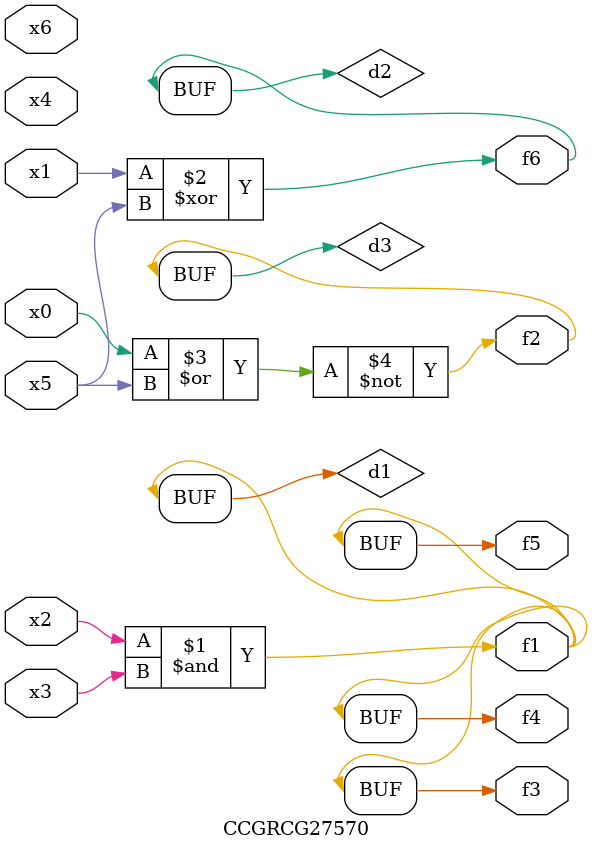
<source format=v>
module CCGRCG27570(
	input x0, x1, x2, x3, x4, x5, x6,
	output f1, f2, f3, f4, f5, f6
);

	wire d1, d2, d3;

	and (d1, x2, x3);
	xor (d2, x1, x5);
	nor (d3, x0, x5);
	assign f1 = d1;
	assign f2 = d3;
	assign f3 = d1;
	assign f4 = d1;
	assign f5 = d1;
	assign f6 = d2;
endmodule

</source>
